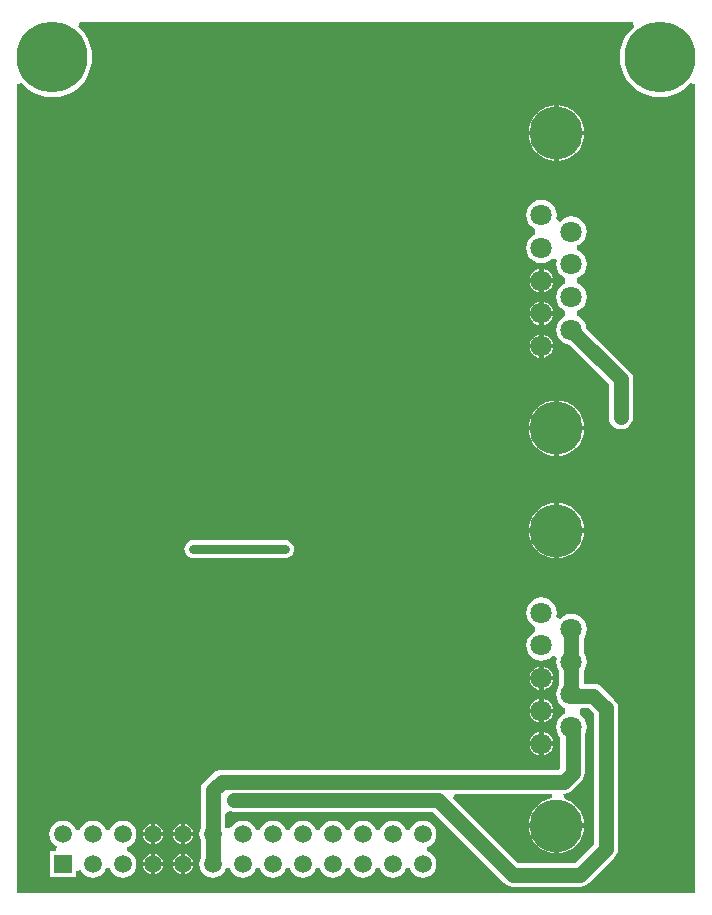
<source format=gbl>
G04*
G04 #@! TF.GenerationSoftware,Altium Limited,Altium Designer,21.0.8 (223)*
G04*
G04 Layer_Physical_Order=2*
G04 Layer_Color=16711680*
%FSLAX25Y25*%
%MOIN*%
G70*
G04*
G04 #@! TF.SameCoordinates,8614DC1C-B162-4B63-BA2F-6D4862A9A950*
G04*
G04*
G04 #@! TF.FilePolarity,Positive*
G04*
G01*
G75*
%ADD33C,0.23622*%
%ADD34C,0.03000*%
%ADD35C,0.05000*%
%ADD36C,0.05906*%
%ADD37R,0.05906X0.05906*%
%ADD38C,0.07087*%
%ADD39C,0.17717*%
%ADD40C,0.02559*%
G36*
X206444Y289697D02*
X205559Y288941D01*
X204198Y287348D01*
X203103Y285562D01*
X202301Y283626D01*
X201812Y281589D01*
X201648Y279500D01*
X201812Y277411D01*
X202301Y275374D01*
X203103Y273438D01*
X204198Y271652D01*
X205559Y270059D01*
X207152Y268698D01*
X208938Y267603D01*
X210874Y266801D01*
X212911Y266312D01*
X215000Y266148D01*
X217089Y266312D01*
X219126Y266801D01*
X221062Y267603D01*
X222848Y268698D01*
X224441Y270059D01*
X225197Y270943D01*
X226697Y270390D01*
Y803D01*
X803D01*
Y270390D01*
X2303Y270943D01*
X3059Y270059D01*
X4652Y268698D01*
X6438Y267603D01*
X8374Y266801D01*
X10411Y266312D01*
X12500Y266148D01*
X14589Y266312D01*
X16626Y266801D01*
X18562Y267603D01*
X20348Y268698D01*
X21941Y270059D01*
X23302Y271652D01*
X24397Y273438D01*
X25199Y275374D01*
X25688Y277411D01*
X25852Y279500D01*
X25688Y281589D01*
X25199Y283626D01*
X24397Y285562D01*
X23302Y287348D01*
X21941Y288941D01*
X21057Y289697D01*
X21610Y291197D01*
X205890D01*
X206444Y289697D01*
D02*
G37*
%LPC*%
G36*
X181250Y263422D02*
Y254943D01*
X189729D01*
X189624Y256008D01*
X189095Y257753D01*
X188235Y259361D01*
X187078Y260771D01*
X185669Y261928D01*
X184060Y262788D01*
X182315Y263317D01*
X181250Y263422D01*
D02*
G37*
G36*
X179750D02*
X178685Y263317D01*
X176940Y262788D01*
X175331Y261928D01*
X173922Y260771D01*
X172765Y259361D01*
X171905Y257753D01*
X171376Y256008D01*
X171271Y254943D01*
X179750D01*
Y263422D01*
D02*
G37*
G36*
X189729Y253443D02*
X181250D01*
Y244964D01*
X182315Y245069D01*
X184060Y245598D01*
X185669Y246458D01*
X187078Y247615D01*
X188235Y249024D01*
X189095Y250633D01*
X189624Y252378D01*
X189729Y253443D01*
D02*
G37*
G36*
X179750D02*
X171271D01*
X171376Y252378D01*
X171905Y250633D01*
X172765Y249024D01*
X173922Y247615D01*
X175331Y246458D01*
X176940Y245598D01*
X178685Y245069D01*
X179750Y244964D01*
Y253443D01*
D02*
G37*
G36*
X176250Y208879D02*
Y205750D01*
X179379D01*
X179342Y206029D01*
X178945Y206989D01*
X178312Y207812D01*
X177489Y208444D01*
X176529Y208842D01*
X176250Y208879D01*
D02*
G37*
G36*
X174750D02*
X174471Y208842D01*
X173511Y208444D01*
X172688Y207812D01*
X172055Y206989D01*
X171658Y206029D01*
X171621Y205750D01*
X174750D01*
Y208879D01*
D02*
G37*
G36*
X179379Y204250D02*
X176250D01*
Y201121D01*
X176529Y201158D01*
X177489Y201555D01*
X178312Y202188D01*
X178945Y203011D01*
X179342Y203971D01*
X179379Y204250D01*
D02*
G37*
G36*
X174750D02*
X171621D01*
X171658Y203971D01*
X172055Y203011D01*
X172688Y202188D01*
X173511Y201555D01*
X174471Y201158D01*
X174750Y201121D01*
Y204250D01*
D02*
G37*
G36*
X176250Y197973D02*
Y194844D01*
X179379D01*
X179342Y195124D01*
X178945Y196083D01*
X178312Y196907D01*
X177489Y197539D01*
X176529Y197936D01*
X176250Y197973D01*
D02*
G37*
G36*
X174750Y197973D02*
X174471Y197936D01*
X173511Y197539D01*
X172688Y196907D01*
X172055Y196083D01*
X171658Y195124D01*
X171621Y194844D01*
X174750D01*
Y197973D01*
D02*
G37*
G36*
X179379Y193344D02*
X176250D01*
Y190216D01*
X176529Y190253D01*
X177489Y190650D01*
X178312Y191282D01*
X178945Y192106D01*
X179342Y193065D01*
X179379Y193344D01*
D02*
G37*
G36*
X174750D02*
X171621D01*
X171658Y193065D01*
X172055Y192106D01*
X172688Y191282D01*
X173511Y190650D01*
X174471Y190253D01*
X174750Y190216D01*
Y193344D01*
D02*
G37*
G36*
X176250Y187068D02*
Y183939D01*
X179379D01*
X179342Y184218D01*
X178945Y185178D01*
X178312Y186001D01*
X177489Y186633D01*
X176529Y187031D01*
X176250Y187068D01*
D02*
G37*
G36*
X174750Y187068D02*
X174471Y187031D01*
X173511Y186633D01*
X172688Y186001D01*
X172055Y185178D01*
X171658Y184218D01*
X171621Y183939D01*
X174750D01*
Y187068D01*
D02*
G37*
G36*
X179379Y182439D02*
X176250D01*
Y179310D01*
X176529Y179347D01*
X177489Y179745D01*
X178312Y180377D01*
X178945Y181200D01*
X179342Y182160D01*
X179379Y182439D01*
D02*
G37*
G36*
X174750D02*
X171621D01*
X171658Y182160D01*
X172055Y181200D01*
X172688Y180377D01*
X173511Y179745D01*
X174471Y179347D01*
X174750Y179310D01*
Y182439D01*
D02*
G37*
G36*
X181250Y165036D02*
Y156557D01*
X189729D01*
X189624Y157622D01*
X189095Y159367D01*
X188235Y160976D01*
X187078Y162385D01*
X185669Y163542D01*
X184060Y164402D01*
X182315Y164931D01*
X181250Y165036D01*
D02*
G37*
G36*
X179750D02*
X178685Y164931D01*
X176940Y164402D01*
X175331Y163542D01*
X173922Y162385D01*
X172765Y160976D01*
X171905Y159367D01*
X171376Y157622D01*
X171271Y156557D01*
X179750D01*
Y165036D01*
D02*
G37*
G36*
X175500Y231898D02*
X174183Y231725D01*
X172957Y231216D01*
X171903Y230408D01*
X171095Y229354D01*
X170587Y228128D01*
X170413Y226811D01*
X170587Y225495D01*
X171095Y224268D01*
X171903Y223214D01*
X172957Y222406D01*
X173526Y222170D01*
Y220547D01*
X172957Y220311D01*
X171903Y219502D01*
X171095Y218449D01*
X170587Y217222D01*
X170413Y215905D01*
X170587Y214589D01*
X171095Y213362D01*
X171903Y212309D01*
X172957Y211500D01*
X174183Y210992D01*
X175500Y210819D01*
X176817Y210992D01*
X178043Y211500D01*
X179097Y212309D01*
X179291Y212562D01*
X180601Y211805D01*
X180587Y211769D01*
X180413Y210453D01*
X180587Y209136D01*
X181095Y207909D01*
X181903Y206856D01*
X182957Y206047D01*
X183526Y205812D01*
Y204188D01*
X182957Y203953D01*
X181903Y203144D01*
X181095Y202091D01*
X180587Y200864D01*
X180413Y199547D01*
X180587Y198231D01*
X181095Y197004D01*
X181903Y195950D01*
X182957Y195142D01*
X183526Y194906D01*
Y193283D01*
X182957Y193047D01*
X181903Y192239D01*
X181095Y191185D01*
X180587Y189958D01*
X180413Y188642D01*
X180587Y187325D01*
X181095Y186098D01*
X181903Y185045D01*
X182957Y184236D01*
X184183Y183728D01*
X184787Y183649D01*
X197966Y170471D01*
Y166500D01*
Y163000D01*
Y159500D01*
X198103Y158456D01*
X198506Y157483D01*
X199147Y156647D01*
X199983Y156006D01*
X200956Y155603D01*
X202000Y155465D01*
X203044Y155603D01*
X204017Y156006D01*
X204853Y156647D01*
X205494Y157483D01*
X205897Y158456D01*
X206034Y159500D01*
Y163000D01*
Y166500D01*
Y172142D01*
X205897Y173186D01*
X205494Y174159D01*
X204853Y174995D01*
X204853Y174995D01*
X190493Y189354D01*
X190413Y189958D01*
X189905Y191185D01*
X189097Y192239D01*
X188043Y193047D01*
X187475Y193283D01*
Y194906D01*
X188043Y195142D01*
X189097Y195950D01*
X189905Y197004D01*
X190413Y198231D01*
X190587Y199547D01*
X190413Y200864D01*
X189905Y202091D01*
X189097Y203144D01*
X188043Y203953D01*
X187475Y204188D01*
Y205812D01*
X188043Y206047D01*
X189097Y206856D01*
X189905Y207909D01*
X190413Y209136D01*
X190587Y210453D01*
X190413Y211769D01*
X189905Y212996D01*
X189097Y214050D01*
X188043Y214858D01*
X187475Y215094D01*
Y216717D01*
X188043Y216953D01*
X189097Y217761D01*
X189905Y218815D01*
X190413Y220042D01*
X190587Y221358D01*
X190413Y222675D01*
X189905Y223902D01*
X189097Y224955D01*
X188043Y225764D01*
X186817Y226272D01*
X185500Y226445D01*
X184183Y226272D01*
X182957Y225764D01*
X181903Y224955D01*
X181709Y224702D01*
X180399Y225459D01*
X180413Y225495D01*
X180587Y226811D01*
X180413Y228128D01*
X179905Y229354D01*
X179097Y230408D01*
X178043Y231216D01*
X176817Y231725D01*
X175500Y231898D01*
D02*
G37*
G36*
X179750Y155057D02*
X171271D01*
X171376Y153992D01*
X171905Y152247D01*
X172765Y150639D01*
X173922Y149229D01*
X175331Y148072D01*
X176940Y147212D01*
X178685Y146683D01*
X179750Y146578D01*
Y155057D01*
D02*
G37*
G36*
X189729D02*
X181250D01*
Y146578D01*
X182315Y146683D01*
X184060Y147212D01*
X185669Y148072D01*
X187078Y149229D01*
X188235Y150639D01*
X189095Y152247D01*
X189624Y153992D01*
X189729Y155057D01*
D02*
G37*
G36*
X181250Y130922D02*
Y122443D01*
X189729D01*
X189624Y123508D01*
X189095Y125253D01*
X188235Y126861D01*
X187078Y128271D01*
X185669Y129428D01*
X184060Y130288D01*
X182315Y130817D01*
X181250Y130922D01*
D02*
G37*
G36*
X179750D02*
X178685Y130817D01*
X176940Y130288D01*
X175331Y129428D01*
X173922Y128271D01*
X172765Y126861D01*
X171905Y125253D01*
X171376Y123508D01*
X171271Y122443D01*
X179750D01*
Y130922D01*
D02*
G37*
G36*
X90000Y118526D02*
X59500D01*
X58717Y118423D01*
X57987Y118121D01*
X57360Y117640D01*
X56880Y117013D01*
X56577Y116283D01*
X56474Y115500D01*
X56577Y114717D01*
X56880Y113987D01*
X57360Y113360D01*
X57987Y112880D01*
X58717Y112577D01*
X59500Y112474D01*
X90000D01*
X90783Y112577D01*
X91513Y112880D01*
X92140Y113360D01*
X92620Y113987D01*
X92923Y114717D01*
X93026Y115500D01*
X92923Y116283D01*
X92620Y117013D01*
X92140Y117640D01*
X91513Y118121D01*
X90783Y118423D01*
X90000Y118526D01*
D02*
G37*
G36*
X189729Y120943D02*
X181250D01*
Y112464D01*
X182315Y112569D01*
X184060Y113098D01*
X185669Y113958D01*
X187078Y115115D01*
X188235Y116524D01*
X189095Y118133D01*
X189624Y119878D01*
X189729Y120943D01*
D02*
G37*
G36*
X179750D02*
X171271D01*
X171376Y119878D01*
X171905Y118133D01*
X172765Y116524D01*
X173922Y115115D01*
X175331Y113958D01*
X176940Y113098D01*
X178685Y112569D01*
X179750Y112464D01*
Y120943D01*
D02*
G37*
G36*
X176250Y76379D02*
Y73250D01*
X179379D01*
X179342Y73529D01*
X178945Y74489D01*
X178312Y75312D01*
X177489Y75945D01*
X176529Y76342D01*
X176250Y76379D01*
D02*
G37*
G36*
X174750D02*
X174471Y76342D01*
X173511Y75945D01*
X172688Y75312D01*
X172055Y74489D01*
X171658Y73529D01*
X171621Y73250D01*
X174750D01*
Y76379D01*
D02*
G37*
G36*
X179379Y71750D02*
X176250D01*
Y68621D01*
X176529Y68658D01*
X177489Y69055D01*
X178312Y69688D01*
X178945Y70511D01*
X179342Y71471D01*
X179379Y71750D01*
D02*
G37*
G36*
X174750D02*
X171621D01*
X171658Y71471D01*
X172055Y70511D01*
X172688Y69688D01*
X173511Y69055D01*
X174471Y68658D01*
X174750Y68621D01*
Y71750D01*
D02*
G37*
G36*
X176250Y65473D02*
Y62344D01*
X179379D01*
X179342Y62624D01*
X178945Y63583D01*
X178312Y64407D01*
X177489Y65039D01*
X176529Y65436D01*
X176250Y65473D01*
D02*
G37*
G36*
X174750Y65473D02*
X174471Y65436D01*
X173511Y65039D01*
X172688Y64407D01*
X172055Y63583D01*
X171658Y62624D01*
X171621Y62344D01*
X174750D01*
Y65473D01*
D02*
G37*
G36*
X179379Y60844D02*
X176250D01*
Y57716D01*
X176529Y57753D01*
X177489Y58150D01*
X178312Y58782D01*
X178945Y59606D01*
X179342Y60565D01*
X179379Y60844D01*
D02*
G37*
G36*
X174750D02*
X171621D01*
X171658Y60565D01*
X172055Y59606D01*
X172688Y58782D01*
X173511Y58150D01*
X174471Y57753D01*
X174750Y57716D01*
Y60844D01*
D02*
G37*
G36*
X176250Y54568D02*
Y51439D01*
X179379D01*
X179342Y51718D01*
X178945Y52678D01*
X178312Y53501D01*
X177489Y54133D01*
X176529Y54531D01*
X176250Y54568D01*
D02*
G37*
G36*
X174750D02*
X174471Y54531D01*
X173511Y54133D01*
X172688Y53501D01*
X172055Y52678D01*
X171658Y51718D01*
X171621Y51439D01*
X174750D01*
Y54568D01*
D02*
G37*
G36*
X179379Y49939D02*
X176250D01*
Y46810D01*
X176529Y46847D01*
X177489Y47245D01*
X178312Y47877D01*
X178945Y48700D01*
X179342Y49660D01*
X179379Y49939D01*
D02*
G37*
G36*
X174750D02*
X171621D01*
X171658Y49660D01*
X172055Y48700D01*
X172688Y47877D01*
X173511Y47245D01*
X174471Y46847D01*
X174750Y46810D01*
Y49939D01*
D02*
G37*
G36*
X175500Y99398D02*
X174183Y99225D01*
X172957Y98716D01*
X171903Y97908D01*
X171095Y96854D01*
X170587Y95628D01*
X170413Y94311D01*
X170587Y92994D01*
X171095Y91768D01*
X171903Y90714D01*
X172957Y89906D01*
X173526Y89670D01*
Y88046D01*
X172957Y87811D01*
X171903Y87002D01*
X171095Y85949D01*
X170587Y84722D01*
X170413Y83406D01*
X170587Y82089D01*
X171095Y80862D01*
X171903Y79809D01*
X172957Y79000D01*
X174183Y78492D01*
X175500Y78319D01*
X176817Y78492D01*
X178043Y79000D01*
X179097Y79809D01*
X179291Y80062D01*
X180601Y79305D01*
X180587Y79269D01*
X180413Y77953D01*
X180587Y76636D01*
X181095Y75409D01*
X181465Y74926D01*
Y70074D01*
X181095Y69591D01*
X180587Y68364D01*
X180413Y67047D01*
X180587Y65731D01*
X181095Y64504D01*
X181903Y63450D01*
X182957Y62642D01*
X183526Y62406D01*
Y60783D01*
X182957Y60547D01*
X181903Y59739D01*
X181095Y58685D01*
X180587Y57458D01*
X180413Y56142D01*
X180587Y54825D01*
X181095Y53598D01*
X181865Y52595D01*
Y42600D01*
X181299Y42035D01*
X68929D01*
X68929Y42035D01*
X67885Y41897D01*
X66912Y41494D01*
X66076Y40853D01*
X66076Y40853D01*
X63147Y37924D01*
X62506Y37088D01*
X62103Y36115D01*
X61966Y35071D01*
X61966Y35071D01*
Y22395D01*
X61662Y21662D01*
X61509Y20500D01*
X61662Y19338D01*
X61966Y18605D01*
Y12395D01*
X61662Y11662D01*
X61509Y10500D01*
X61662Y9338D01*
X62111Y8254D01*
X62824Y7324D01*
X63754Y6611D01*
X64838Y6162D01*
X66000Y6009D01*
X67162Y6162D01*
X68246Y6611D01*
X69176Y7324D01*
X69889Y8254D01*
X70223Y9059D01*
X70888Y9188D01*
X71112D01*
X71777Y9059D01*
X72110Y8254D01*
X72824Y7324D01*
X73754Y6611D01*
X74838Y6162D01*
X76000Y6009D01*
X77162Y6162D01*
X78246Y6611D01*
X79176Y7324D01*
X79890Y8254D01*
X80223Y9059D01*
X80888Y9188D01*
X81112D01*
X81777Y9059D01*
X82111Y8254D01*
X82824Y7324D01*
X83754Y6611D01*
X84838Y6162D01*
X86000Y6009D01*
X87162Y6162D01*
X88246Y6611D01*
X89176Y7324D01*
X89890Y8254D01*
X90223Y9059D01*
X90888Y9188D01*
X91112D01*
X91777Y9059D01*
X92111Y8254D01*
X92824Y7324D01*
X93754Y6611D01*
X94838Y6162D01*
X96000Y6009D01*
X97162Y6162D01*
X98246Y6611D01*
X99176Y7324D01*
X99889Y8254D01*
X100223Y9059D01*
X100888Y9188D01*
X101112D01*
X101777Y9059D01*
X102111Y8254D01*
X102824Y7324D01*
X103754Y6611D01*
X104838Y6162D01*
X106000Y6009D01*
X107162Y6162D01*
X108246Y6611D01*
X109176Y7324D01*
X109889Y8254D01*
X110223Y9059D01*
X110888Y9188D01*
X111112D01*
X111777Y9059D01*
X112110Y8254D01*
X112824Y7324D01*
X113754Y6611D01*
X114838Y6162D01*
X116000Y6009D01*
X117162Y6162D01*
X118246Y6611D01*
X119176Y7324D01*
X119889Y8254D01*
X120223Y9059D01*
X120888Y9188D01*
X121112D01*
X121777Y9059D01*
X122110Y8254D01*
X122824Y7324D01*
X123754Y6611D01*
X124838Y6162D01*
X126000Y6009D01*
X127162Y6162D01*
X128246Y6611D01*
X129176Y7324D01*
X129890Y8254D01*
X130223Y9059D01*
X130888Y9188D01*
X131112D01*
X131777Y9059D01*
X132111Y8254D01*
X132824Y7324D01*
X133754Y6611D01*
X134838Y6162D01*
X136000Y6009D01*
X137162Y6162D01*
X138246Y6611D01*
X139176Y7324D01*
X139890Y8254D01*
X140338Y9338D01*
X140491Y10500D01*
X140338Y11662D01*
X139890Y12746D01*
X139176Y13676D01*
X138246Y14390D01*
X137441Y14723D01*
X137312Y15388D01*
Y15612D01*
X137441Y16277D01*
X138246Y16611D01*
X139176Y17324D01*
X139890Y18254D01*
X140338Y19338D01*
X140491Y20500D01*
X140338Y21662D01*
X139890Y22746D01*
X139176Y23676D01*
X138246Y24389D01*
X137162Y24838D01*
X136000Y24991D01*
X134838Y24838D01*
X133754Y24389D01*
X132824Y23676D01*
X132111Y22746D01*
X131777Y21941D01*
X131112Y21812D01*
X130888D01*
X130223Y21941D01*
X129890Y22746D01*
X129176Y23676D01*
X128246Y24389D01*
X127162Y24838D01*
X126000Y24991D01*
X124838Y24838D01*
X123754Y24389D01*
X122824Y23676D01*
X122110Y22746D01*
X121777Y21941D01*
X121112Y21812D01*
X120888D01*
X120223Y21941D01*
X119889Y22746D01*
X119176Y23676D01*
X118246Y24389D01*
X117162Y24838D01*
X116000Y24991D01*
X114838Y24838D01*
X113754Y24389D01*
X112824Y23676D01*
X112110Y22746D01*
X111777Y21941D01*
X111112Y21812D01*
X110888D01*
X110223Y21941D01*
X109889Y22746D01*
X109176Y23676D01*
X108246Y24389D01*
X107162Y24838D01*
X106000Y24991D01*
X104838Y24838D01*
X103754Y24389D01*
X102824Y23676D01*
X102111Y22746D01*
X101777Y21941D01*
X101112Y21812D01*
X100888D01*
X100223Y21941D01*
X99889Y22746D01*
X99176Y23676D01*
X98246Y24389D01*
X97162Y24838D01*
X96000Y24991D01*
X94838Y24838D01*
X93754Y24389D01*
X92824Y23676D01*
X92111Y22746D01*
X91777Y21941D01*
X91112Y21812D01*
X90888D01*
X90223Y21941D01*
X89890Y22746D01*
X89176Y23676D01*
X88246Y24389D01*
X87162Y24838D01*
X86000Y24991D01*
X84838Y24838D01*
X83754Y24389D01*
X82824Y23676D01*
X82111Y22746D01*
X81777Y21941D01*
X81112Y21812D01*
X80888D01*
X80223Y21941D01*
X79890Y22746D01*
X79176Y23676D01*
X78246Y24389D01*
X77162Y24838D01*
X76000Y24991D01*
X74838Y24838D01*
X73754Y24389D01*
X72824Y23676D01*
X72110Y22746D01*
X71308Y22539D01*
X70410Y22559D01*
X70034Y22959D01*
Y27343D01*
X70249Y27607D01*
X71535Y28277D01*
X71956Y28103D01*
X73000Y27966D01*
X139329D01*
X161652Y5642D01*
X161652Y5642D01*
X163147Y4147D01*
X163983Y3506D01*
X164956Y3103D01*
X166000Y2966D01*
X166000Y2966D01*
X188500D01*
X188500Y2966D01*
X189544Y3103D01*
X190517Y3506D01*
X191353Y4147D01*
X199853Y12647D01*
X199853Y12647D01*
X200494Y13483D01*
X200897Y14456D01*
X201034Y15500D01*
X201034Y15500D01*
Y62500D01*
X201034Y62500D01*
X200897Y63544D01*
X200494Y64517D01*
X199853Y65353D01*
X198348Y66858D01*
X198347Y66858D01*
X195705Y69501D01*
X195705Y69501D01*
X194869Y70142D01*
X193896Y70545D01*
X192852Y70683D01*
X192852Y70683D01*
X189534D01*
Y74926D01*
X189905Y75409D01*
X190413Y76636D01*
X190587Y77953D01*
X190413Y79269D01*
X189905Y80496D01*
X189534Y80979D01*
Y85832D01*
X189905Y86315D01*
X190413Y87542D01*
X190587Y88858D01*
X190413Y90175D01*
X189905Y91402D01*
X189097Y92455D01*
X188043Y93264D01*
X186817Y93772D01*
X185500Y93945D01*
X184183Y93772D01*
X182957Y93264D01*
X181903Y92455D01*
X181709Y92202D01*
X180399Y92959D01*
X180413Y92994D01*
X180587Y94311D01*
X180413Y95628D01*
X179905Y96854D01*
X179097Y97908D01*
X178043Y98716D01*
X176817Y99225D01*
X175500Y99398D01*
D02*
G37*
G36*
X36000Y24991D02*
X34838Y24838D01*
X33754Y24389D01*
X32824Y23676D01*
X32111Y22746D01*
X31777Y21941D01*
X31112Y21812D01*
X30888D01*
X30223Y21941D01*
X29890Y22746D01*
X29176Y23676D01*
X28246Y24389D01*
X27162Y24838D01*
X26000Y24991D01*
X24838Y24838D01*
X23754Y24389D01*
X22824Y23676D01*
X22110Y22746D01*
X21777Y21941D01*
X21112Y21812D01*
X20888D01*
X20223Y21941D01*
X19890Y22746D01*
X19176Y23676D01*
X18246Y24389D01*
X17162Y24838D01*
X16000Y24991D01*
X14838Y24838D01*
X13754Y24389D01*
X12824Y23676D01*
X12111Y22746D01*
X11662Y21662D01*
X11509Y20500D01*
X11662Y19338D01*
X12111Y18254D01*
X12824Y17324D01*
X13754Y16611D01*
X14135Y16453D01*
X13837Y14953D01*
X11547D01*
Y6047D01*
X20453D01*
Y8337D01*
X21953Y8635D01*
X22110Y8254D01*
X22824Y7324D01*
X23754Y6611D01*
X24838Y6162D01*
X26000Y6009D01*
X27162Y6162D01*
X28246Y6611D01*
X29176Y7324D01*
X29890Y8254D01*
X30223Y9059D01*
X30888Y9188D01*
X31112D01*
X31777Y9059D01*
X32111Y8254D01*
X32824Y7324D01*
X33754Y6611D01*
X34838Y6162D01*
X36000Y6009D01*
X37162Y6162D01*
X38246Y6611D01*
X39176Y7324D01*
X39889Y8254D01*
X40338Y9338D01*
X40491Y10500D01*
X40338Y11662D01*
X39889Y12746D01*
X39176Y13676D01*
X38246Y14390D01*
X37441Y14723D01*
X37312Y15388D01*
Y15612D01*
X37441Y16277D01*
X38246Y16611D01*
X39176Y17324D01*
X39889Y18254D01*
X40338Y19338D01*
X40491Y20500D01*
X40338Y21662D01*
X39889Y22746D01*
X39176Y23676D01*
X38246Y24389D01*
X37162Y24838D01*
X36000Y24991D01*
D02*
G37*
G36*
X56750Y23783D02*
Y21250D01*
X59283D01*
X59266Y21375D01*
X58929Y22191D01*
X58391Y22891D01*
X57691Y23429D01*
X56875Y23766D01*
X56750Y23783D01*
D02*
G37*
G36*
X55250D02*
X55125Y23766D01*
X54309Y23429D01*
X53609Y22891D01*
X53071Y22191D01*
X52734Y21375D01*
X52717Y21250D01*
X55250D01*
Y23783D01*
D02*
G37*
G36*
X46750D02*
Y21250D01*
X49283D01*
X49266Y21375D01*
X48929Y22191D01*
X48391Y22891D01*
X47691Y23429D01*
X46875Y23766D01*
X46750Y23783D01*
D02*
G37*
G36*
X45250D02*
X45125Y23766D01*
X44309Y23429D01*
X43609Y22891D01*
X43071Y22191D01*
X42734Y21375D01*
X42717Y21250D01*
X45250D01*
Y23783D01*
D02*
G37*
G36*
X59283Y19750D02*
X56750D01*
Y17217D01*
X56875Y17233D01*
X57691Y17571D01*
X58391Y18109D01*
X58929Y18809D01*
X59266Y19625D01*
X59283Y19750D01*
D02*
G37*
G36*
X55250D02*
X52717D01*
X52734Y19625D01*
X53071Y18809D01*
X53609Y18109D01*
X54309Y17571D01*
X55125Y17233D01*
X55250Y17217D01*
Y19750D01*
D02*
G37*
G36*
X49283D02*
X46750D01*
Y17217D01*
X46875Y17233D01*
X47691Y17571D01*
X48391Y18109D01*
X48929Y18809D01*
X49266Y19625D01*
X49283Y19750D01*
D02*
G37*
G36*
X45250D02*
X42717D01*
X42734Y19625D01*
X43071Y18809D01*
X43609Y18109D01*
X44309Y17571D01*
X45125Y17233D01*
X45250Y17217D01*
Y19750D01*
D02*
G37*
G36*
X56750Y13783D02*
Y11250D01*
X59283D01*
X59266Y11375D01*
X58929Y12191D01*
X58391Y12891D01*
X57691Y13429D01*
X56875Y13767D01*
X56750Y13783D01*
D02*
G37*
G36*
X55250D02*
X55125Y13767D01*
X54309Y13429D01*
X53609Y12891D01*
X53071Y12191D01*
X52734Y11375D01*
X52717Y11250D01*
X55250D01*
Y13783D01*
D02*
G37*
G36*
X46750D02*
Y11250D01*
X49283D01*
X49266Y11375D01*
X48929Y12191D01*
X48391Y12891D01*
X47691Y13429D01*
X46875Y13767D01*
X46750Y13783D01*
D02*
G37*
G36*
X45250D02*
X45125Y13767D01*
X44309Y13429D01*
X43609Y12891D01*
X43071Y12191D01*
X42734Y11375D01*
X42717Y11250D01*
X45250D01*
Y13783D01*
D02*
G37*
G36*
X59283Y9750D02*
X56750D01*
Y7217D01*
X56875Y7233D01*
X57691Y7571D01*
X58391Y8109D01*
X58929Y8809D01*
X59266Y9625D01*
X59283Y9750D01*
D02*
G37*
G36*
X55250D02*
X52717D01*
X52734Y9625D01*
X53071Y8809D01*
X53609Y8109D01*
X54309Y7571D01*
X55125Y7233D01*
X55250Y7217D01*
Y9750D01*
D02*
G37*
G36*
X49283D02*
X46750D01*
Y7217D01*
X46875Y7233D01*
X47691Y7571D01*
X48391Y8109D01*
X48929Y8809D01*
X49266Y9625D01*
X49283Y9750D01*
D02*
G37*
G36*
X45250D02*
X42717D01*
X42734Y9625D01*
X43071Y8809D01*
X43609Y8109D01*
X44309Y7571D01*
X45125Y7233D01*
X45250Y7217D01*
Y9750D01*
D02*
G37*
%LPD*%
G36*
X192642Y61152D02*
X192642Y61152D01*
X192965Y60829D01*
Y17171D01*
X186829Y11034D01*
X167671D01*
X167358Y11348D01*
X167358Y11348D01*
X146126Y32580D01*
X146700Y33966D01*
X178957D01*
X179031Y32465D01*
X178685Y32431D01*
X176940Y31902D01*
X175331Y31042D01*
X173922Y29885D01*
X172765Y28476D01*
X171905Y26867D01*
X171376Y25122D01*
X171271Y24057D01*
X180500D01*
X189729D01*
X189624Y25122D01*
X189095Y26867D01*
X188235Y28476D01*
X187078Y29885D01*
X185669Y31042D01*
X184060Y31902D01*
X183301Y32132D01*
X182849Y33837D01*
X182970Y33966D01*
X184014Y34103D01*
X184988Y34506D01*
X185823Y35147D01*
X188752Y38076D01*
X188752Y38076D01*
X189393Y38912D01*
X189796Y39885D01*
X189934Y40929D01*
X189934Y40929D01*
Y53667D01*
X190413Y54825D01*
X190587Y56142D01*
X190413Y57458D01*
X189905Y58685D01*
X189097Y59739D01*
X188481Y60211D01*
X188221Y61633D01*
X188292Y62068D01*
X188889Y62613D01*
X191181D01*
X192642Y61152D01*
D02*
G37*
%LPC*%
G36*
X179750Y22557D02*
X171271D01*
X171376Y21492D01*
X171905Y19747D01*
X172765Y18139D01*
X173922Y16729D01*
X175331Y15572D01*
X176940Y14712D01*
X178685Y14183D01*
X179750Y14078D01*
Y22557D01*
D02*
G37*
G36*
X189729D02*
X181250D01*
Y14078D01*
X182315Y14183D01*
X184060Y14712D01*
X185669Y15572D01*
X187078Y16729D01*
X188235Y18139D01*
X189095Y19747D01*
X189624Y21492D01*
X189729Y22557D01*
D02*
G37*
%LPD*%
D33*
X215000Y279500D02*
D03*
X12500D02*
D03*
D34*
X86500Y115500D02*
X90000D01*
X83000D02*
X86500D01*
X67000D02*
X83000D01*
X63000D02*
X67000D01*
X59500D02*
X63000D01*
D35*
X66000Y35071D02*
X68929Y38000D01*
X182970D01*
X185899Y40929D01*
Y55743D01*
X66000Y10500D02*
Y35071D01*
X80000Y32000D02*
X141000D01*
X76500D02*
X80000D01*
X73000D02*
X76500D01*
X164505Y8495D02*
X166000Y7000D01*
X141000Y32000D02*
X164505Y8495D01*
X166000Y7000D02*
X188500D01*
X197000Y15500D01*
X192852Y66648D02*
X195495Y64005D01*
X197000Y62500D01*
Y15500D02*
Y62500D01*
X185899Y66648D02*
X192852D01*
X185500Y67047D02*
X185899Y66648D01*
X185500Y77953D02*
Y88858D01*
Y67047D02*
Y77953D01*
Y56142D02*
X185899Y55743D01*
X202000Y166500D02*
Y172142D01*
Y163000D02*
Y166500D01*
Y159500D02*
Y163000D01*
X185500Y188642D02*
X202000Y172142D01*
D36*
X66000Y20500D02*
D03*
Y10500D02*
D03*
X46000Y20500D02*
D03*
Y10500D02*
D03*
X16000Y20500D02*
D03*
X26000Y10500D02*
D03*
Y20500D02*
D03*
X36000Y10500D02*
D03*
Y20500D02*
D03*
X56000D02*
D03*
Y10500D02*
D03*
X76000D02*
D03*
Y20500D02*
D03*
X86000Y10500D02*
D03*
X96000D02*
D03*
X106000D02*
D03*
Y20500D02*
D03*
X96000D02*
D03*
X86000D02*
D03*
X116000Y10500D02*
D03*
Y20500D02*
D03*
X126000Y10500D02*
D03*
Y20500D02*
D03*
X136000Y10500D02*
D03*
Y20500D02*
D03*
D37*
X16000Y10500D02*
D03*
D38*
X175500Y72500D02*
D03*
Y61594D02*
D03*
Y50689D02*
D03*
Y83406D02*
D03*
Y94311D02*
D03*
X185500Y77953D02*
D03*
Y88858D02*
D03*
Y67047D02*
D03*
Y56142D02*
D03*
X175500Y205000D02*
D03*
Y194095D02*
D03*
Y183189D02*
D03*
Y215905D02*
D03*
Y226811D02*
D03*
X185500Y210453D02*
D03*
Y221358D02*
D03*
Y199547D02*
D03*
Y188642D02*
D03*
D39*
X180500Y23307D02*
D03*
Y121693D02*
D03*
Y155807D02*
D03*
Y254193D02*
D03*
D40*
X224000Y266500D02*
D03*
X220000Y258500D02*
D03*
X224000Y250500D02*
D03*
X220000Y242500D02*
D03*
X224000Y234500D02*
D03*
X220000Y226500D02*
D03*
X224000Y218500D02*
D03*
X220000Y210500D02*
D03*
X224000Y202500D02*
D03*
X220000Y194500D02*
D03*
X224000Y186500D02*
D03*
X220000Y178500D02*
D03*
X224000Y170500D02*
D03*
X220000Y162500D02*
D03*
X224000Y154500D02*
D03*
X220000Y146500D02*
D03*
X224000Y138500D02*
D03*
X220000Y130500D02*
D03*
X224000Y122500D02*
D03*
X220000Y114500D02*
D03*
X224000Y106500D02*
D03*
X220000Y98500D02*
D03*
X224000Y90500D02*
D03*
X220000Y82500D02*
D03*
X224000Y74500D02*
D03*
X220000Y66500D02*
D03*
X224000Y58500D02*
D03*
X220000Y50500D02*
D03*
X224000Y42500D02*
D03*
X220000Y34500D02*
D03*
X224000Y26500D02*
D03*
X220000Y18500D02*
D03*
X224000Y10500D02*
D03*
X220000Y2500D02*
D03*
X212000Y258500D02*
D03*
X216000Y250500D02*
D03*
X212000Y242500D02*
D03*
X216000Y234500D02*
D03*
X212000Y226500D02*
D03*
X216000Y218500D02*
D03*
X212000Y210500D02*
D03*
X216000Y202500D02*
D03*
X212000Y194500D02*
D03*
X216000Y186500D02*
D03*
X212000Y178500D02*
D03*
X216000Y170500D02*
D03*
X212000Y162500D02*
D03*
X216000Y154500D02*
D03*
X212000Y146500D02*
D03*
X216000Y138500D02*
D03*
X212000Y130500D02*
D03*
X216000Y122500D02*
D03*
X212000Y114500D02*
D03*
X216000Y106500D02*
D03*
X212000Y98500D02*
D03*
X216000Y90500D02*
D03*
X212000Y82500D02*
D03*
X216000Y74500D02*
D03*
X212000Y66500D02*
D03*
X216000Y58500D02*
D03*
X212000Y50500D02*
D03*
X216000Y42500D02*
D03*
X212000Y34500D02*
D03*
X216000Y26500D02*
D03*
X212000Y18500D02*
D03*
X216000Y10500D02*
D03*
X212000Y2500D02*
D03*
X208000Y266500D02*
D03*
X204000Y258500D02*
D03*
X208000Y250500D02*
D03*
X204000Y242500D02*
D03*
X208000Y234500D02*
D03*
X204000Y226500D02*
D03*
X208000Y218500D02*
D03*
X204000Y210500D02*
D03*
X208000Y202500D02*
D03*
X204000Y194500D02*
D03*
X208000Y186500D02*
D03*
X204000Y178500D02*
D03*
X208000Y170500D02*
D03*
Y154500D02*
D03*
Y138500D02*
D03*
Y122500D02*
D03*
Y106500D02*
D03*
Y90500D02*
D03*
Y74500D02*
D03*
Y58500D02*
D03*
X204000Y50500D02*
D03*
X208000Y42500D02*
D03*
X204000Y34500D02*
D03*
X208000Y26500D02*
D03*
X204000Y18500D02*
D03*
X208000Y10500D02*
D03*
X204000Y2500D02*
D03*
X200000Y282500D02*
D03*
X196000Y274500D02*
D03*
X200000Y266500D02*
D03*
X196000Y258500D02*
D03*
X200000Y250500D02*
D03*
X196000Y242500D02*
D03*
X200000Y234500D02*
D03*
X196000Y226500D02*
D03*
X200000Y218500D02*
D03*
X196000Y210500D02*
D03*
X200000Y202500D02*
D03*
Y10500D02*
D03*
X196000Y2500D02*
D03*
X192000Y282500D02*
D03*
X188000Y274500D02*
D03*
X192000Y266500D02*
D03*
Y250500D02*
D03*
X188000Y242500D02*
D03*
X192000Y234500D02*
D03*
Y218500D02*
D03*
X188000Y178500D02*
D03*
Y146500D02*
D03*
Y130500D02*
D03*
Y98500D02*
D03*
Y34500D02*
D03*
X184000Y282500D02*
D03*
X180000Y274500D02*
D03*
X184000Y266500D02*
D03*
X180000Y242500D02*
D03*
X184000Y234500D02*
D03*
X180000Y178500D02*
D03*
X184000Y170500D02*
D03*
Y138500D02*
D03*
Y106500D02*
D03*
X176000Y282500D02*
D03*
X172000Y274500D02*
D03*
X176000Y266500D02*
D03*
X172000Y242500D02*
D03*
X176000Y234500D02*
D03*
X172000Y210500D02*
D03*
Y178500D02*
D03*
X176000Y170500D02*
D03*
X172000Y162500D02*
D03*
Y146500D02*
D03*
X176000Y138500D02*
D03*
X172000Y130500D02*
D03*
Y114500D02*
D03*
X176000Y106500D02*
D03*
X172000Y66500D02*
D03*
X168000Y282500D02*
D03*
X164000Y274500D02*
D03*
X168000Y266500D02*
D03*
X164000Y258500D02*
D03*
X168000Y250500D02*
D03*
X164000Y242500D02*
D03*
X168000Y202500D02*
D03*
X164000Y194500D02*
D03*
X168000Y186500D02*
D03*
X164000Y178500D02*
D03*
X168000Y170500D02*
D03*
X164000Y162500D02*
D03*
X168000Y154500D02*
D03*
X164000Y146500D02*
D03*
X168000Y138500D02*
D03*
X164000Y130500D02*
D03*
X168000Y122500D02*
D03*
X164000Y114500D02*
D03*
X168000Y106500D02*
D03*
X164000Y66500D02*
D03*
X168000Y58500D02*
D03*
X164000Y50500D02*
D03*
X168000Y26500D02*
D03*
X164000Y18500D02*
D03*
X160000Y282500D02*
D03*
X156000Y274500D02*
D03*
X160000Y266500D02*
D03*
X156000Y258500D02*
D03*
X160000Y250500D02*
D03*
X156000Y242500D02*
D03*
Y210500D02*
D03*
X160000Y202500D02*
D03*
X156000Y194500D02*
D03*
X160000Y186500D02*
D03*
X156000Y178500D02*
D03*
X160000Y170500D02*
D03*
X156000Y162500D02*
D03*
X160000Y154500D02*
D03*
X156000Y146500D02*
D03*
X160000Y138500D02*
D03*
X156000Y130500D02*
D03*
X160000Y122500D02*
D03*
X156000Y114500D02*
D03*
X160000Y106500D02*
D03*
X156000Y98500D02*
D03*
Y66500D02*
D03*
X160000Y58500D02*
D03*
X156000Y50500D02*
D03*
X160000Y26500D02*
D03*
X156000Y2500D02*
D03*
X152000Y282500D02*
D03*
X148000Y274500D02*
D03*
X152000Y266500D02*
D03*
X148000Y258500D02*
D03*
X152000Y250500D02*
D03*
X148000Y242500D02*
D03*
X152000Y202500D02*
D03*
X148000Y194500D02*
D03*
X152000Y186500D02*
D03*
X148000Y178500D02*
D03*
X152000Y170500D02*
D03*
X148000Y162500D02*
D03*
X152000Y154500D02*
D03*
X148000Y146500D02*
D03*
X152000Y138500D02*
D03*
X148000Y130500D02*
D03*
X152000Y122500D02*
D03*
X148000Y114500D02*
D03*
X152000Y106500D02*
D03*
X148000Y66500D02*
D03*
X152000Y58500D02*
D03*
X148000Y50500D02*
D03*
X152000Y10500D02*
D03*
X148000Y2500D02*
D03*
X144000Y282500D02*
D03*
X140000Y274500D02*
D03*
X144000Y266500D02*
D03*
X140000Y258500D02*
D03*
X144000Y250500D02*
D03*
X140000Y242500D02*
D03*
Y210500D02*
D03*
X144000Y202500D02*
D03*
X140000Y194500D02*
D03*
X144000Y186500D02*
D03*
X140000Y178500D02*
D03*
X144000Y170500D02*
D03*
X140000Y162500D02*
D03*
X144000Y154500D02*
D03*
X140000Y146500D02*
D03*
X144000Y138500D02*
D03*
X140000Y130500D02*
D03*
X144000Y122500D02*
D03*
X140000Y114500D02*
D03*
X144000Y106500D02*
D03*
X140000Y98500D02*
D03*
Y66500D02*
D03*
X144000Y58500D02*
D03*
X140000Y50500D02*
D03*
X144000Y10500D02*
D03*
X140000Y2500D02*
D03*
X136000Y282500D02*
D03*
X132000Y274500D02*
D03*
X136000Y266500D02*
D03*
X132000Y258500D02*
D03*
X136000Y250500D02*
D03*
X132000Y242500D02*
D03*
X136000Y234500D02*
D03*
X132000Y210500D02*
D03*
X136000Y202500D02*
D03*
X132000Y194500D02*
D03*
X136000Y186500D02*
D03*
X132000Y178500D02*
D03*
X136000Y170500D02*
D03*
X132000Y162500D02*
D03*
X136000Y154500D02*
D03*
X132000Y146500D02*
D03*
X136000Y138500D02*
D03*
X132000Y130500D02*
D03*
X136000Y122500D02*
D03*
X132000Y114500D02*
D03*
X136000Y106500D02*
D03*
X132000Y98500D02*
D03*
X136000Y74500D02*
D03*
X132000Y66500D02*
D03*
X136000Y58500D02*
D03*
X132000Y50500D02*
D03*
Y2500D02*
D03*
X128000Y282500D02*
D03*
X124000Y274500D02*
D03*
X128000Y266500D02*
D03*
X124000Y258500D02*
D03*
X128000Y250500D02*
D03*
X124000Y242500D02*
D03*
X128000Y234500D02*
D03*
Y202500D02*
D03*
X124000Y194500D02*
D03*
X128000Y186500D02*
D03*
X124000Y178500D02*
D03*
X128000Y170500D02*
D03*
X124000Y162500D02*
D03*
X128000Y154500D02*
D03*
X124000Y146500D02*
D03*
X128000Y138500D02*
D03*
X124000Y130500D02*
D03*
X128000Y122500D02*
D03*
X124000Y114500D02*
D03*
X128000Y106500D02*
D03*
Y74500D02*
D03*
X124000Y66500D02*
D03*
X128000Y58500D02*
D03*
X124000Y2500D02*
D03*
X120000Y282500D02*
D03*
X116000Y274500D02*
D03*
X120000Y266500D02*
D03*
X116000Y258500D02*
D03*
X120000Y250500D02*
D03*
Y202500D02*
D03*
X116000Y194500D02*
D03*
X120000Y186500D02*
D03*
X116000Y178500D02*
D03*
X120000Y170500D02*
D03*
X116000Y162500D02*
D03*
X120000Y154500D02*
D03*
X116000Y146500D02*
D03*
X120000Y138500D02*
D03*
X116000Y130500D02*
D03*
X120000Y122500D02*
D03*
X116000Y66500D02*
D03*
X120000Y58500D02*
D03*
X116000Y2500D02*
D03*
X112000Y282500D02*
D03*
X108000Y274500D02*
D03*
X112000Y266500D02*
D03*
X108000Y258500D02*
D03*
X112000Y202500D02*
D03*
X108000Y194500D02*
D03*
X112000Y186500D02*
D03*
X108000Y178500D02*
D03*
X112000Y170500D02*
D03*
X108000Y162500D02*
D03*
X112000Y154500D02*
D03*
X108000Y146500D02*
D03*
X112000Y138500D02*
D03*
X108000Y130500D02*
D03*
X112000Y122500D02*
D03*
X108000Y66500D02*
D03*
Y2500D02*
D03*
X104000Y282500D02*
D03*
X100000Y274500D02*
D03*
X104000Y266500D02*
D03*
X100000Y258500D02*
D03*
X104000Y250500D02*
D03*
Y74500D02*
D03*
X100000Y66500D02*
D03*
Y2500D02*
D03*
X96000Y282500D02*
D03*
X92000Y274500D02*
D03*
X96000Y266500D02*
D03*
X92000Y258500D02*
D03*
Y242500D02*
D03*
X96000Y202500D02*
D03*
X92000Y194500D02*
D03*
X96000Y186500D02*
D03*
X92000Y178500D02*
D03*
X96000Y170500D02*
D03*
X92000Y162500D02*
D03*
X96000Y154500D02*
D03*
X92000Y146500D02*
D03*
X96000Y138500D02*
D03*
X92000Y130500D02*
D03*
X96000Y122500D02*
D03*
X92000Y66500D02*
D03*
Y2500D02*
D03*
X88000Y282500D02*
D03*
X84000Y274500D02*
D03*
X88000Y266500D02*
D03*
X84000Y258500D02*
D03*
X88000Y250500D02*
D03*
X84000Y242500D02*
D03*
X88000Y202500D02*
D03*
X84000Y194500D02*
D03*
X88000Y186500D02*
D03*
X84000Y178500D02*
D03*
X88000Y170500D02*
D03*
X84000Y162500D02*
D03*
X88000Y154500D02*
D03*
X84000Y146500D02*
D03*
X88000Y138500D02*
D03*
X84000Y130500D02*
D03*
X88000Y122500D02*
D03*
X84000Y2500D02*
D03*
X80000Y282500D02*
D03*
X76000Y274500D02*
D03*
X80000Y266500D02*
D03*
X76000Y258500D02*
D03*
X80000Y250500D02*
D03*
X76000Y242500D02*
D03*
X80000Y26500D02*
D03*
X76000Y2500D02*
D03*
X72000Y282500D02*
D03*
X68000Y274500D02*
D03*
X72000Y266500D02*
D03*
X68000Y258500D02*
D03*
X72000Y250500D02*
D03*
X68000Y242500D02*
D03*
Y226500D02*
D03*
Y210500D02*
D03*
Y194500D02*
D03*
Y178500D02*
D03*
Y162500D02*
D03*
Y146500D02*
D03*
Y130500D02*
D03*
X72000Y26500D02*
D03*
X68000Y2500D02*
D03*
X64000Y282500D02*
D03*
X60000Y274500D02*
D03*
X64000Y266500D02*
D03*
X60000Y258500D02*
D03*
X64000Y250500D02*
D03*
X60000Y242500D02*
D03*
X64000Y234500D02*
D03*
X60000Y226500D02*
D03*
X64000Y218500D02*
D03*
X60000Y210500D02*
D03*
X64000Y202500D02*
D03*
X60000Y194500D02*
D03*
X64000Y186500D02*
D03*
X60000Y178500D02*
D03*
X64000Y170500D02*
D03*
X60000Y162500D02*
D03*
X64000Y154500D02*
D03*
X60000Y146500D02*
D03*
X64000Y138500D02*
D03*
X60000Y130500D02*
D03*
X64000Y122500D02*
D03*
X60000Y2500D02*
D03*
X56000Y282500D02*
D03*
X52000Y274500D02*
D03*
X56000Y266500D02*
D03*
X52000Y258500D02*
D03*
X56000Y250500D02*
D03*
X52000Y242500D02*
D03*
X56000Y234500D02*
D03*
X52000Y226500D02*
D03*
X56000Y218500D02*
D03*
X52000Y210500D02*
D03*
X56000Y202500D02*
D03*
X52000Y194500D02*
D03*
X56000Y186500D02*
D03*
X52000Y178500D02*
D03*
X56000Y170500D02*
D03*
X52000Y162500D02*
D03*
X56000Y154500D02*
D03*
X52000Y146500D02*
D03*
X56000Y138500D02*
D03*
X52000Y130500D02*
D03*
X56000Y122500D02*
D03*
X52000Y114500D02*
D03*
Y98500D02*
D03*
Y82500D02*
D03*
Y66500D02*
D03*
X56000Y26500D02*
D03*
X52000Y2500D02*
D03*
X48000Y282500D02*
D03*
X44000Y274500D02*
D03*
X48000Y266500D02*
D03*
X44000Y258500D02*
D03*
X48000Y250500D02*
D03*
X44000Y242500D02*
D03*
X48000Y234500D02*
D03*
X44000Y226500D02*
D03*
X48000Y218500D02*
D03*
X44000Y210500D02*
D03*
X48000Y202500D02*
D03*
X44000Y194500D02*
D03*
X48000Y186500D02*
D03*
X44000Y178500D02*
D03*
X48000Y170500D02*
D03*
X44000Y162500D02*
D03*
X48000Y154500D02*
D03*
X44000Y146500D02*
D03*
X48000Y138500D02*
D03*
X44000Y130500D02*
D03*
X48000Y122500D02*
D03*
X44000Y114500D02*
D03*
X48000Y106500D02*
D03*
X44000Y98500D02*
D03*
X48000Y90500D02*
D03*
X44000Y82500D02*
D03*
X48000Y74500D02*
D03*
X44000Y66500D02*
D03*
X48000Y58500D02*
D03*
X44000Y50500D02*
D03*
X48000Y26500D02*
D03*
X44000Y2500D02*
D03*
X40000Y282500D02*
D03*
X36000Y274500D02*
D03*
X40000Y266500D02*
D03*
X36000Y258500D02*
D03*
X40000Y250500D02*
D03*
X36000Y242500D02*
D03*
X40000Y234500D02*
D03*
X36000Y226500D02*
D03*
X40000Y218500D02*
D03*
X36000Y210500D02*
D03*
X40000Y202500D02*
D03*
X36000Y194500D02*
D03*
X40000Y186500D02*
D03*
X36000Y178500D02*
D03*
X40000Y170500D02*
D03*
X36000Y162500D02*
D03*
X40000Y154500D02*
D03*
X36000Y146500D02*
D03*
X40000Y138500D02*
D03*
X36000Y130500D02*
D03*
X40000Y122500D02*
D03*
X36000Y114500D02*
D03*
X40000Y106500D02*
D03*
X36000Y98500D02*
D03*
X40000Y90500D02*
D03*
X36000Y82500D02*
D03*
X40000Y74500D02*
D03*
X36000Y66500D02*
D03*
X40000Y58500D02*
D03*
X36000Y50500D02*
D03*
X40000Y26500D02*
D03*
X32000Y282500D02*
D03*
X28000Y274500D02*
D03*
X32000Y266500D02*
D03*
X28000Y258500D02*
D03*
X32000Y250500D02*
D03*
X28000Y242500D02*
D03*
X32000Y234500D02*
D03*
X28000Y226500D02*
D03*
X32000Y218500D02*
D03*
X28000Y210500D02*
D03*
X32000Y202500D02*
D03*
X28000Y194500D02*
D03*
X32000Y186500D02*
D03*
X28000Y178500D02*
D03*
X32000Y170500D02*
D03*
X28000Y162500D02*
D03*
X32000Y154500D02*
D03*
X28000Y146500D02*
D03*
X32000Y138500D02*
D03*
X28000Y130500D02*
D03*
X32000Y122500D02*
D03*
X28000Y114500D02*
D03*
X32000Y106500D02*
D03*
X28000Y98500D02*
D03*
X32000Y90500D02*
D03*
X28000Y82500D02*
D03*
X32000Y74500D02*
D03*
X28000Y66500D02*
D03*
X32000Y58500D02*
D03*
X28000Y50500D02*
D03*
X24000Y266500D02*
D03*
X20000Y258500D02*
D03*
X24000Y250500D02*
D03*
X20000Y242500D02*
D03*
X24000Y234500D02*
D03*
X20000Y226500D02*
D03*
X24000Y218500D02*
D03*
X20000Y210500D02*
D03*
X24000Y202500D02*
D03*
X20000Y194500D02*
D03*
X24000Y186500D02*
D03*
X20000Y178500D02*
D03*
X24000Y170500D02*
D03*
X20000Y162500D02*
D03*
X24000Y154500D02*
D03*
X20000Y146500D02*
D03*
X24000Y138500D02*
D03*
X20000Y130500D02*
D03*
X24000Y122500D02*
D03*
X20000Y114500D02*
D03*
X24000Y106500D02*
D03*
X20000Y98500D02*
D03*
X24000Y90500D02*
D03*
X20000Y82500D02*
D03*
X24000Y74500D02*
D03*
X20000Y66500D02*
D03*
X24000Y58500D02*
D03*
X20000Y50500D02*
D03*
X12000Y258500D02*
D03*
X16000Y250500D02*
D03*
X12000Y242500D02*
D03*
X16000Y234500D02*
D03*
X12000Y226500D02*
D03*
X16000Y218500D02*
D03*
X12000Y210500D02*
D03*
X16000Y202500D02*
D03*
X12000Y194500D02*
D03*
X16000Y186500D02*
D03*
X12000Y178500D02*
D03*
X16000Y170500D02*
D03*
X12000Y162500D02*
D03*
X16000Y154500D02*
D03*
X12000Y146500D02*
D03*
X16000Y138500D02*
D03*
X12000Y130500D02*
D03*
X16000Y122500D02*
D03*
X12000Y114500D02*
D03*
X16000Y106500D02*
D03*
X12000Y98500D02*
D03*
X16000Y90500D02*
D03*
X12000Y82500D02*
D03*
X16000Y74500D02*
D03*
X12000Y66500D02*
D03*
X16000Y58500D02*
D03*
X12000Y50500D02*
D03*
X16000Y42500D02*
D03*
X4000Y258500D02*
D03*
X8000Y250500D02*
D03*
X4000Y242500D02*
D03*
X8000Y234500D02*
D03*
X4000Y226500D02*
D03*
X8000Y218500D02*
D03*
X4000Y210500D02*
D03*
X8000Y202500D02*
D03*
X4000Y194500D02*
D03*
X8000Y186500D02*
D03*
X4000Y178500D02*
D03*
X8000Y170500D02*
D03*
X4000Y162500D02*
D03*
X8000Y154500D02*
D03*
X4000Y146500D02*
D03*
X8000Y138500D02*
D03*
X4000Y130500D02*
D03*
X8000Y122500D02*
D03*
X4000Y114500D02*
D03*
X8000Y106500D02*
D03*
X4000Y98500D02*
D03*
X8000Y90500D02*
D03*
X4000Y82500D02*
D03*
X8000Y74500D02*
D03*
X4000Y66500D02*
D03*
X8000Y58500D02*
D03*
X4000Y50500D02*
D03*
X8000Y42500D02*
D03*
X4000Y34500D02*
D03*
Y18500D02*
D03*
Y2500D02*
D03*
X67000Y115500D02*
D03*
X83000D02*
D03*
X86500D02*
D03*
X90000D02*
D03*
X59500D02*
D03*
X63000D02*
D03*
X80000Y32000D02*
D03*
X76500D02*
D03*
X73000D02*
D03*
X202000Y166500D02*
D03*
Y163000D02*
D03*
Y159500D02*
D03*
X83500Y74000D02*
D03*
X109000Y251000D02*
D03*
X106209Y248209D02*
D03*
X113500Y251000D02*
D03*
X116291Y248209D02*
D03*
X97500Y212000D02*
D03*
X83500D02*
D03*
X86500D02*
D03*
X97500Y207000D02*
D03*
X83500D02*
D03*
X86500D02*
D03*
Y74000D02*
D03*
X97500D02*
D03*
X86500Y79000D02*
D03*
X83500D02*
D03*
X97500D02*
D03*
X86500Y207000D02*
D03*
X83500D02*
D03*
X97500D02*
D03*
Y212000D02*
D03*
X83500D02*
D03*
X86500D02*
D03*
X109000Y251000D02*
D03*
X106209Y248209D02*
D03*
X113500Y251000D02*
D03*
X116291Y248209D02*
D03*
Y115209D02*
D03*
X113500Y118000D02*
D03*
X106209Y115209D02*
D03*
X109000Y118000D02*
D03*
X148500Y104500D02*
D03*
X145709Y101709D02*
D03*
X151291D02*
D03*
X165000Y104646D02*
D03*
X162209Y101854D02*
D03*
X167791D02*
D03*
X151291Y75146D02*
D03*
X145709D02*
D03*
X148500Y72354D02*
D03*
X165000D02*
D03*
X167804Y75106D02*
D03*
X162310Y75076D02*
D03*
X145500Y88500D02*
D03*
X138000D02*
D03*
Y221000D02*
D03*
X145500D02*
D03*
X162310Y207576D02*
D03*
X167804Y207606D02*
D03*
X165000Y204854D02*
D03*
X148500D02*
D03*
X145709Y207646D02*
D03*
X151291D02*
D03*
X167791Y234354D02*
D03*
X162209D02*
D03*
X165000Y237146D02*
D03*
X151291Y234209D02*
D03*
X145709D02*
D03*
X148500Y237000D02*
D03*
M02*

</source>
